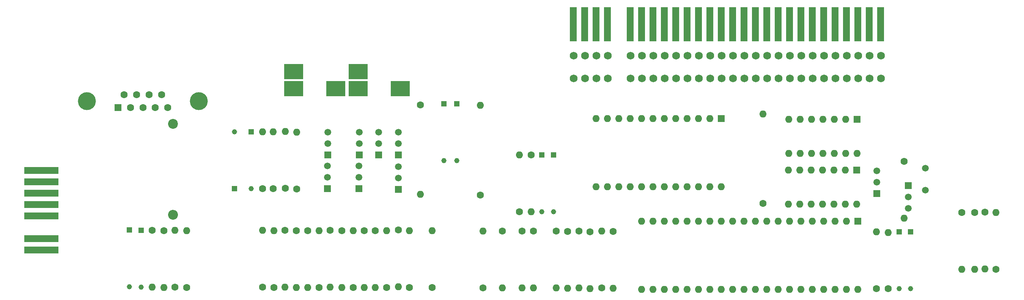
<source format=gbs>
%TF.GenerationSoftware,KiCad,Pcbnew,7.0.8*%
%TF.CreationDate,2023-10-30T18:51:19+00:00*%
%TF.ProjectId,Interface 1 Recreated,496e7465-7266-4616-9365-203120526563,rev?*%
%TF.SameCoordinates,Original*%
%TF.FileFunction,Soldermask,Bot*%
%TF.FilePolarity,Negative*%
%FSLAX46Y46*%
G04 Gerber Fmt 4.6, Leading zero omitted, Abs format (unit mm)*
G04 Created by KiCad (PCBNEW 7.0.8) date 2023-10-30 18:51:19*
%MOMM*%
%LPD*%
G01*
G04 APERTURE LIST*
%ADD10C,1.600000*%
%ADD11O,1.600000X1.600000*%
%ADD12C,1.727200*%
%ADD13R,1.150000X1.150000*%
%ADD14C,1.150000*%
%ADD15R,1.500000X1.500000*%
%ADD16C,1.500000*%
%ADD17R,1.600000X1.600000*%
%ADD18R,4.300000X3.500000*%
%ADD19R,7.620000X1.524000*%
%ADD20C,2.200000*%
%ADD21O,2.200000X2.200000*%
%ADD22C,4.000000*%
%ADD23R,1.524000X7.620000*%
G04 APERTURE END LIST*
D10*
%TO.C,R33*%
X157076775Y-107997625D03*
D11*
X157076775Y-120697625D03*
%TD*%
D10*
%TO.C,R18*%
X106749850Y-107867450D03*
D11*
X106749850Y-120567450D03*
%TD*%
D12*
%TO.C,SK5*%
X166074725Y-68808600D03*
X168614725Y-68808600D03*
X171154725Y-68808600D03*
X173694725Y-68808600D03*
X178774725Y-68808600D03*
X181314725Y-68808600D03*
X183854725Y-68808600D03*
X186394725Y-68808600D03*
X188934725Y-68808600D03*
X191474725Y-68808600D03*
X194014725Y-68808600D03*
X196554725Y-68808600D03*
X199094725Y-68808600D03*
X201634725Y-68808600D03*
X204174725Y-68808600D03*
X206714725Y-68808600D03*
X209254725Y-68808600D03*
X211794725Y-68808600D03*
X214334725Y-68808600D03*
X216874725Y-68808600D03*
X219414725Y-68808600D03*
X221954725Y-68808600D03*
X224494725Y-68808600D03*
X227034725Y-68808600D03*
X229574725Y-68808600D03*
X232114725Y-68808600D03*
X234654725Y-68808600D03*
X166074725Y-73888600D03*
X168614725Y-73888600D03*
X171154725Y-73888600D03*
X173694725Y-73888600D03*
X178774725Y-73888600D03*
X181314725Y-73888600D03*
X183854725Y-73888600D03*
X186394725Y-73888600D03*
X188934725Y-73888600D03*
X191474725Y-73888600D03*
X194014725Y-73888600D03*
X196554725Y-73888600D03*
X199094725Y-73888600D03*
X201634725Y-73888600D03*
X204174725Y-73888600D03*
X206714725Y-73888600D03*
X209254725Y-73888600D03*
X211794725Y-73888600D03*
X214334725Y-73888600D03*
X216874725Y-73888600D03*
X219414725Y-73888600D03*
X221954725Y-73888600D03*
X224494725Y-73888600D03*
X227034725Y-73888600D03*
X229574725Y-73888600D03*
X232114725Y-73888600D03*
X234654725Y-73888600D03*
%TD*%
D10*
%TO.C,R7*%
X172319950Y-120681750D03*
D11*
X172319950Y-107981750D03*
%TD*%
D13*
%TO.C,D8*%
X94138750Y-85832950D03*
D14*
X94138750Y-98532950D03*
%TD*%
D10*
%TO.C,R28*%
X72031225Y-107803950D03*
D11*
X72031225Y-120503950D03*
%TD*%
D10*
%TO.C,R14*%
X104193975Y-107911900D03*
D11*
X104193975Y-120611900D03*
%TD*%
D15*
%TO.C,Q5*%
X111163100Y-98532950D03*
D16*
X111163100Y-95992950D03*
X111163100Y-93452950D03*
%TD*%
D10*
%TO.C,C3*%
X260346825Y-116544725D03*
D11*
X260346825Y-103844725D03*
%TD*%
D10*
%TO.C,R22*%
X99056825Y-98463100D03*
D11*
X99056825Y-85763100D03*
%TD*%
D10*
%TO.C,C5*%
X236254925Y-120818275D03*
D11*
X236254925Y-108318275D03*
%TD*%
D13*
%TO.C,D3*%
X238747300Y-108178600D03*
D14*
X238747300Y-120878600D03*
%TD*%
D15*
%TO.C,Q9*%
X122574050Y-90995500D03*
D16*
X122574050Y-88455500D03*
X122574050Y-85915500D03*
%TD*%
D10*
%TO.C,R32*%
X154009725Y-103625650D03*
D11*
X154009725Y-90925650D03*
%TD*%
D10*
%TO.C,R3*%
X164719000Y-108061125D03*
D11*
X164719000Y-120761125D03*
%TD*%
D13*
%TO.C,D10*%
X161617025Y-90925650D03*
D14*
X161617025Y-103625650D03*
%TD*%
D10*
%TO.C,R15*%
X101660325Y-107826175D03*
D11*
X101660325Y-120526175D03*
%TD*%
D17*
%TO.C,U1*%
X229492175Y-105746550D03*
D11*
X226952175Y-105746550D03*
X224412175Y-105746550D03*
X221872175Y-105746550D03*
X219332175Y-105746550D03*
X216792175Y-105746550D03*
X214252175Y-105746550D03*
X211712175Y-105746550D03*
X209172175Y-105746550D03*
X206632175Y-105746550D03*
X204092175Y-105746550D03*
X201552175Y-105746550D03*
X199012175Y-105746550D03*
X196472175Y-105746550D03*
X193932175Y-105746550D03*
X191392175Y-105746550D03*
X188852175Y-105746550D03*
X186312175Y-105746550D03*
X183772175Y-105746550D03*
X181232175Y-105746550D03*
X181232175Y-120986550D03*
X183772175Y-120986550D03*
X186312175Y-120986550D03*
X188852175Y-120986550D03*
X191392175Y-120986550D03*
X193932175Y-120986550D03*
X196472175Y-120986550D03*
X199012175Y-120986550D03*
X201552175Y-120986550D03*
X204092175Y-120986550D03*
X206632175Y-120986550D03*
X209172175Y-120986550D03*
X211712175Y-120986550D03*
X214252175Y-120986550D03*
X216792175Y-120986550D03*
X219332175Y-120986550D03*
X221872175Y-120986550D03*
X224412175Y-120986550D03*
X226952175Y-120986550D03*
X229492175Y-120986550D03*
%TD*%
D10*
%TO.C,R10*%
X129463800Y-120551575D03*
D11*
X129463800Y-107851575D03*
%TD*%
D10*
%TO.C,R13*%
X119351425Y-107889675D03*
D11*
X119351425Y-120589675D03*
%TD*%
D10*
%TO.C,C8*%
X96678750Y-120529350D03*
D11*
X96678750Y-107829350D03*
%TD*%
D10*
%TO.C,R12*%
X124377450Y-120615075D03*
D11*
X124377450Y-107915075D03*
%TD*%
D17*
%TO.C,U4*%
X229231825Y-94345125D03*
D11*
X226691825Y-94345125D03*
X224151825Y-94345125D03*
X221611825Y-94345125D03*
X219071825Y-94345125D03*
X216531825Y-94345125D03*
X213991825Y-94345125D03*
X213991825Y-101965125D03*
X216531825Y-101965125D03*
X219071825Y-101965125D03*
X221611825Y-101965125D03*
X224151825Y-101965125D03*
X226691825Y-101965125D03*
X229231825Y-101965125D03*
%TD*%
D15*
%TO.C,Q6*%
X111232950Y-90925650D03*
D16*
X111232950Y-88385650D03*
X111232950Y-85845650D03*
%TD*%
D10*
%TO.C,R24*%
X77098525Y-120510300D03*
D11*
X77098525Y-107810300D03*
%TD*%
D10*
%TO.C,R8*%
X134467600Y-120596025D03*
D11*
X134467600Y-107896025D03*
%TD*%
D13*
%TO.C,D4*%
X241303175Y-108156375D03*
D14*
X241303175Y-120856375D03*
%TD*%
D10*
%TO.C,R23*%
X101742875Y-98428175D03*
D11*
X101742875Y-85728175D03*
%TD*%
D10*
%TO.C,R27*%
X150161625Y-107975400D03*
D11*
X150161625Y-120675400D03*
%TD*%
D10*
%TO.C,R34*%
X104257475Y-98567875D03*
D11*
X104257475Y-85867875D03*
%TD*%
D17*
%TO.C,U2*%
X199018525Y-82867500D03*
D11*
X196478525Y-82867500D03*
X193938525Y-82867500D03*
X191398525Y-82867500D03*
X188858525Y-82867500D03*
X186318525Y-82867500D03*
X183778525Y-82867500D03*
X181238525Y-82867500D03*
X178698525Y-82867500D03*
X176158525Y-82867500D03*
X173618525Y-82867500D03*
X171078525Y-82867500D03*
X171078525Y-98107500D03*
X173618525Y-98107500D03*
X176158525Y-98107500D03*
X178698525Y-98107500D03*
X181238525Y-98107500D03*
X183778525Y-98107500D03*
X186318525Y-98107500D03*
X188858525Y-98107500D03*
X191398525Y-98107500D03*
X193938525Y-98107500D03*
X196478525Y-98107500D03*
X199018525Y-98107500D03*
%TD*%
D13*
%TO.C,D9*%
X158997650Y-90925650D03*
D14*
X158997650Y-103625650D03*
%TD*%
D10*
%TO.C,R6*%
X167303450Y-108003975D03*
D11*
X167303450Y-120703975D03*
%TD*%
D10*
%TO.C,C4*%
X257876675Y-103774875D03*
D11*
X257876675Y-116474875D03*
%TD*%
D13*
%TO.C,D1*%
X137121900Y-79552800D03*
D14*
X137121900Y-92252800D03*
%TD*%
D18*
%TO.C,SK3*%
X103637350Y-72309075D03*
X103637350Y-76109075D03*
X113037350Y-76109075D03*
%TD*%
D10*
%TO.C,R2*%
X239807750Y-92414725D03*
D11*
X239807750Y-105114725D03*
%TD*%
D10*
%TO.C,R30*%
X145824575Y-120637300D03*
D11*
X145824575Y-107937300D03*
%TD*%
D10*
%TO.C,R1*%
X233680000Y-120859550D03*
D11*
X233680000Y-108159550D03*
%TD*%
D18*
%TO.C,SK2*%
X117978825Y-72309075D03*
X117978825Y-76109075D03*
X127378825Y-76109075D03*
%TD*%
D19*
%TO.C,SK4*%
X47323375Y-112207325D03*
X47323375Y-109667325D03*
X47323375Y-104587325D03*
X47323375Y-102047325D03*
X47323375Y-99507325D03*
X47323375Y-96967325D03*
X47323375Y-94427325D03*
%TD*%
D15*
%TO.C,Q11*%
X240783325Y-97773650D03*
D16*
X240783325Y-100313650D03*
X240783325Y-102853650D03*
%TD*%
D10*
%TO.C,C1*%
X145253075Y-99895025D03*
D11*
X145253075Y-79895025D03*
%TD*%
D10*
%TO.C,R9*%
X154543125Y-107975400D03*
D11*
X154543125Y-120675400D03*
%TD*%
D10*
%TO.C,R31*%
X156591000Y-90925650D03*
D11*
X156591000Y-103625650D03*
%TD*%
D10*
%TO.C,R36*%
X174853600Y-108083350D03*
D11*
X174853600Y-120783350D03*
%TD*%
D10*
%TO.C,R5*%
X169764075Y-108105575D03*
D11*
X169764075Y-120805575D03*
%TD*%
D10*
%TO.C,R17*%
X116881275Y-120596025D03*
D11*
X116881275Y-107896025D03*
%TD*%
D15*
%TO.C,Q10*%
X233721275Y-99599750D03*
D16*
X233721275Y-97059750D03*
X233721275Y-94519750D03*
%TD*%
D10*
%TO.C,R21*%
X96650175Y-98463100D03*
D11*
X96650175Y-85763100D03*
%TD*%
D10*
%TO.C,C2*%
X131889500Y-79776300D03*
D11*
X131889500Y-99776300D03*
%TD*%
D10*
%TO.C,R11*%
X121821575Y-107930950D03*
D11*
X121821575Y-120630950D03*
%TD*%
D20*
%TO.C,L1*%
X76698475Y-83972400D03*
D21*
X76698475Y-104292400D03*
%TD*%
D13*
%TO.C,D2*%
X140017500Y-79552800D03*
D14*
X140017500Y-92252800D03*
%TD*%
D10*
%TO.C,C7*%
X99167950Y-120551575D03*
D11*
X99167950Y-107851575D03*
%TD*%
D22*
%TO.C,SK1*%
X82451225Y-78936075D03*
X57451225Y-78936075D03*
D17*
X64411225Y-80356075D03*
D10*
X67181225Y-80356075D03*
X69951225Y-80356075D03*
X72721225Y-80356075D03*
X75491225Y-80356075D03*
X65796225Y-77516075D03*
X68566225Y-77516075D03*
X71336225Y-77516075D03*
X74106225Y-77516075D03*
%TD*%
D16*
%TO.C,X1*%
X244544850Y-98831400D03*
X244544850Y-93931400D03*
%TD*%
D15*
%TO.C,Q3*%
X118246525Y-90960575D03*
D16*
X118246525Y-88420575D03*
X118246525Y-85880575D03*
%TD*%
D10*
%TO.C,R16*%
X111750475Y-107845225D03*
D11*
X111750475Y-120545225D03*
%TD*%
D15*
%TO.C,Q1*%
X126968250Y-90995500D03*
D16*
X126968250Y-88455500D03*
X126968250Y-85915500D03*
%TD*%
D13*
%TO.C,D7*%
X69538850Y-107803950D03*
D14*
X69538850Y-120503950D03*
%TD*%
D17*
%TO.C,U3*%
X229301675Y-82972275D03*
D11*
X226761675Y-82972275D03*
X224221675Y-82972275D03*
X221681675Y-82972275D03*
X219141675Y-82972275D03*
X216601675Y-82972275D03*
X214061675Y-82972275D03*
X214061675Y-90592275D03*
X216601675Y-90592275D03*
X219141675Y-90592275D03*
X221681675Y-90592275D03*
X224221675Y-90592275D03*
X226761675Y-90592275D03*
X229301675Y-90592275D03*
%TD*%
D10*
%TO.C,R25*%
X79759175Y-120596025D03*
D11*
X79759175Y-107896025D03*
%TD*%
D13*
%TO.C,D11*%
X90404950Y-98498025D03*
D14*
X90404950Y-85798025D03*
%TD*%
D10*
%TO.C,R29*%
X74628375Y-107867450D03*
D11*
X74628375Y-120567450D03*
%TD*%
D10*
%TO.C,NoFit1*%
X255620837Y-103805037D03*
D11*
X255620837Y-116505037D03*
%TD*%
D10*
%TO.C,R26*%
X126942850Y-107746800D03*
D11*
X126942850Y-120446800D03*
%TD*%
D23*
%TO.C,SK6*%
X166008050Y-61744225D03*
X168548050Y-61744225D03*
X171088050Y-61744225D03*
X173628050Y-61744225D03*
X178708050Y-61744225D03*
X181248050Y-61744225D03*
X183788050Y-61744225D03*
X186328050Y-61744225D03*
X188868050Y-61744225D03*
X191408050Y-61744225D03*
X193948050Y-61744225D03*
X196488050Y-61744225D03*
X199028050Y-61744225D03*
X201568050Y-61744225D03*
X204108050Y-61744225D03*
X206648050Y-61744225D03*
X209188050Y-61744225D03*
X211728050Y-61744225D03*
X214268050Y-61744225D03*
X216808050Y-61744225D03*
X219348050Y-61744225D03*
X221888050Y-61744225D03*
X224428050Y-61744225D03*
X226968050Y-61744225D03*
X229508050Y-61744225D03*
X232048050Y-61744225D03*
X234588050Y-61744225D03*
%TD*%
D13*
%TO.C,D6*%
X66919475Y-107759500D03*
D14*
X66919475Y-120459500D03*
%TD*%
D10*
%TO.C,R19*%
X114328575Y-107911900D03*
D11*
X114328575Y-120611900D03*
%TD*%
D15*
%TO.C,Q2*%
X127003175Y-98672650D03*
D16*
X127003175Y-96132650D03*
X127003175Y-93592650D03*
%TD*%
D10*
%TO.C,R35*%
X252701425Y-103797100D03*
D11*
X252701425Y-116497100D03*
%TD*%
D10*
%TO.C,R20*%
X109261275Y-120596025D03*
D11*
X109261275Y-107896025D03*
%TD*%
D10*
%TO.C,C6*%
X208368900Y-101777800D03*
D11*
X208368900Y-81777800D03*
%TD*%
D10*
%TO.C,R4*%
X162207575Y-107997625D03*
D11*
X162207575Y-120697625D03*
%TD*%
D15*
%TO.C,Q4*%
X118176675Y-98532950D03*
D16*
X118176675Y-95992950D03*
X118176675Y-93452950D03*
%TD*%
M02*

</source>
